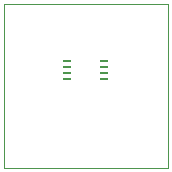
<source format=gbr>
G04 #@! TF.GenerationSoftware,KiCad,Pcbnew,(5.1.5-0-10_14)*
G04 #@! TF.CreationDate,2020-04-28T22:37:27-06:00*
G04 #@! TF.ProjectId,SSOP4-Breakout,53534f50-342d-4427-9265-616b6f75742e,rev?*
G04 #@! TF.SameCoordinates,Original*
G04 #@! TF.FileFunction,Paste,Top*
G04 #@! TF.FilePolarity,Positive*
%FSLAX46Y46*%
G04 Gerber Fmt 4.6, Leading zero omitted, Abs format (unit mm)*
G04 Created by KiCad (PCBNEW (5.1.5-0-10_14)) date 2020-04-28 22:37:27*
%MOMM*%
%LPD*%
G04 APERTURE LIST*
%ADD10C,0.050000*%
%ADD11R,0.750000X0.250000*%
G04 APERTURE END LIST*
D10*
X24892000Y-25908000D02*
X25908000Y-25908000D01*
X25908000Y-12065000D02*
X24892000Y-12065000D01*
X24892000Y-12065000D02*
X12065000Y-12065000D01*
X25908000Y-25908000D02*
X25908000Y-12065000D01*
X12065000Y-25908000D02*
X24892000Y-25908000D01*
X12065000Y-12065000D02*
X12065000Y-25908000D01*
D11*
X20473000Y-16903000D03*
X20473000Y-17403000D03*
X20473000Y-17903000D03*
X20473000Y-18403000D03*
X17373000Y-18403000D03*
X17373000Y-17903000D03*
X17373000Y-17403000D03*
X17373000Y-16903000D03*
M02*

</source>
